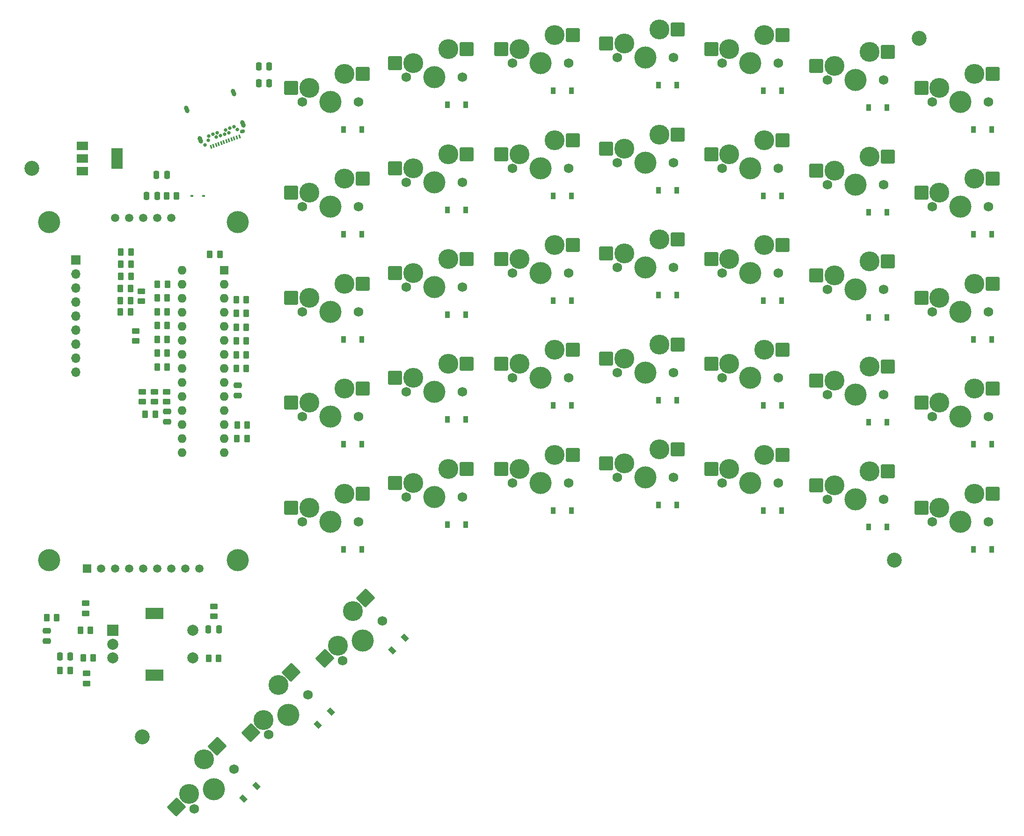
<source format=gbr>
%TF.GenerationSoftware,KiCad,Pcbnew,(6.0.7-1)-1*%
%TF.CreationDate,2022-10-21T15:59:20-04:00*%
%TF.ProjectId,Splitboard-B,53706c69-7462-46f6-9172-642d422e6b69,rev?*%
%TF.SameCoordinates,Original*%
%TF.FileFunction,Soldermask,Bot*%
%TF.FilePolarity,Negative*%
%FSLAX46Y46*%
G04 Gerber Fmt 4.6, Leading zero omitted, Abs format (unit mm)*
G04 Created by KiCad (PCBNEW (6.0.7-1)-1) date 2022-10-21 15:59:20*
%MOMM*%
%LPD*%
G01*
G04 APERTURE LIST*
G04 Aperture macros list*
%AMRoundRect*
0 Rectangle with rounded corners*
0 $1 Rounding radius*
0 $2 $3 $4 $5 $6 $7 $8 $9 X,Y pos of 4 corners*
0 Add a 4 corners polygon primitive as box body*
4,1,4,$2,$3,$4,$5,$6,$7,$8,$9,$2,$3,0*
0 Add four circle primitives for the rounded corners*
1,1,$1+$1,$2,$3*
1,1,$1+$1,$4,$5*
1,1,$1+$1,$6,$7*
1,1,$1+$1,$8,$9*
0 Add four rect primitives between the rounded corners*
20,1,$1+$1,$2,$3,$4,$5,0*
20,1,$1+$1,$4,$5,$6,$7,0*
20,1,$1+$1,$6,$7,$8,$9,0*
20,1,$1+$1,$8,$9,$2,$3,0*%
%AMHorizOval*
0 Thick line with rounded ends*
0 $1 width*
0 $2 $3 position (X,Y) of the first rounded end (center of the circle)*
0 $4 $5 position (X,Y) of the second rounded end (center of the circle)*
0 Add line between two ends*
20,1,$1,$2,$3,$4,$5,0*
0 Add two circle primitives to create the rounded ends*
1,1,$1,$2,$3*
1,1,$1,$4,$5*%
%AMRotRect*
0 Rectangle, with rotation*
0 The origin of the aperture is its center*
0 $1 length*
0 $2 width*
0 $3 Rotation angle, in degrees counterclockwise*
0 Add horizontal line*
21,1,$1,$2,0,0,$3*%
G04 Aperture macros list end*
%ADD10C,2.700000*%
%ADD11RoundRect,0.250000X-1.025000X-1.000000X1.025000X-1.000000X1.025000X1.000000X-1.025000X1.000000X0*%
%ADD12C,1.750000*%
%ADD13C,4.000000*%
%ADD14C,3.600000*%
%ADD15R,1.500000X1.500000*%
%ADD16C,1.500000*%
%ADD17RoundRect,0.250000X-0.017678X-1.431891X1.431891X0.017678X0.017678X1.431891X-1.431891X-0.017678X0*%
%ADD18R,2.000000X2.000000*%
%ADD19C,2.000000*%
%ADD20R,3.200000X2.000000*%
%ADD21RoundRect,0.250000X0.262500X0.450000X-0.262500X0.450000X-0.262500X-0.450000X0.262500X-0.450000X0*%
%ADD22RoundRect,0.250000X-0.450000X0.262500X-0.450000X-0.262500X0.450000X-0.262500X0.450000X0.262500X0*%
%ADD23RoundRect,0.250000X0.250000X0.475000X-0.250000X0.475000X-0.250000X-0.475000X0.250000X-0.475000X0*%
%ADD24RoundRect,0.250000X-0.262500X-0.450000X0.262500X-0.450000X0.262500X0.450000X-0.262500X0.450000X0*%
%ADD25RoundRect,0.250000X0.450000X-0.262500X0.450000X0.262500X-0.450000X0.262500X-0.450000X-0.262500X0*%
%ADD26R,0.900000X1.200000*%
%ADD27RoundRect,0.250000X-0.250000X-0.475000X0.250000X-0.475000X0.250000X0.475000X-0.250000X0.475000X0*%
%ADD28RoundRect,0.250000X-0.475000X0.250000X-0.475000X-0.250000X0.475000X-0.250000X0.475000X0.250000X0*%
%ADD29RotRect,0.900000X1.200000X225.000000*%
%ADD30R,0.600000X0.450000*%
%ADD31R,1.700000X1.700000*%
%ADD32O,1.700000X1.700000*%
%ADD33R,2.000000X1.500000*%
%ADD34R,2.000000X3.800000*%
%ADD35R,1.600000X1.600000*%
%ADD36O,1.600000X1.600000*%
%ADD37C,0.650000*%
%ADD38HorizOval,0.650000X0.140954X0.051303X-0.140954X-0.051303X0*%
%ADD39RotRect,0.300000X0.700000X20.000000*%
%ADD40HorizOval,0.800000X-0.102606X0.281908X0.102606X-0.281908X0*%
G04 APERTURE END LIST*
D10*
%TO.C,H2*%
X211500000Y-33500000D03*
%TD*%
D11*
%TO.C,K28*%
X224842000Y-96920000D03*
D12*
X224080000Y-102000000D03*
X213920000Y-102000000D03*
D13*
X219000000Y-102000000D03*
D11*
X211915000Y-99460000D03*
D14*
X215190000Y-99460000D03*
X221540000Y-96920000D03*
%TD*%
D12*
%TO.C,K11*%
X156920000Y-56000000D03*
D11*
X154915000Y-53460000D03*
D12*
X167080000Y-56000000D03*
D13*
X162000000Y-56000000D03*
D11*
X167842000Y-50920000D03*
D14*
X158190000Y-53460000D03*
X164540000Y-50920000D03*
%TD*%
D13*
%TO.C,U1*%
X54110000Y-128000000D03*
X54110000Y-66800000D03*
X88210000Y-66800000D03*
X88210000Y-128000000D03*
D15*
X61000000Y-129500000D03*
D16*
X63540000Y-129500000D03*
X66080000Y-129500000D03*
X68620000Y-129500000D03*
X71160000Y-129500000D03*
X73700000Y-129500000D03*
X76240000Y-129500000D03*
X78780000Y-129500000D03*
X81320000Y-129500000D03*
X66080000Y-65980000D03*
X68620000Y-65980000D03*
X71160000Y-65980000D03*
X73700000Y-65980000D03*
X76240000Y-65980000D03*
%TD*%
D13*
%TO.C,K33*%
X181000000Y-114000000D03*
D11*
X173915000Y-111460000D03*
X186842000Y-108920000D03*
D12*
X175920000Y-114000000D03*
X186080000Y-114000000D03*
D14*
X177190000Y-111460000D03*
X183540000Y-108920000D03*
%TD*%
D11*
%TO.C,K20*%
X192915000Y-76460000D03*
X205842000Y-73920000D03*
D13*
X200000000Y-79000000D03*
D12*
X194920000Y-79000000D03*
X205080000Y-79000000D03*
D14*
X196190000Y-76460000D03*
X202540000Y-73920000D03*
%TD*%
D11*
%TO.C,K13*%
X205842000Y-54920000D03*
D12*
X194920000Y-60000000D03*
D11*
X192915000Y-57460000D03*
D13*
X200000000Y-60000000D03*
D12*
X205080000Y-60000000D03*
D14*
X196190000Y-57460000D03*
X202540000Y-54920000D03*
%TD*%
D12*
%TO.C,K7*%
X213920000Y-45000000D03*
X224080000Y-45000000D03*
D13*
X219000000Y-45000000D03*
D11*
X211915000Y-42460000D03*
X224842000Y-39920000D03*
D14*
X215190000Y-42460000D03*
X221540000Y-39920000D03*
%TD*%
D13*
%TO.C,K17*%
X143000000Y-76000000D03*
D12*
X148080000Y-76000000D03*
X137920000Y-76000000D03*
D11*
X135915000Y-73460000D03*
X148842000Y-70920000D03*
D14*
X139190000Y-73460000D03*
X145540000Y-70920000D03*
%TD*%
D12*
%TO.C,K16*%
X118730000Y-78540000D03*
D13*
X123810000Y-78540000D03*
D11*
X129652000Y-73460000D03*
D12*
X128890000Y-78540000D03*
D11*
X116725000Y-76000000D03*
D14*
X120000000Y-76000000D03*
X126350000Y-73460000D03*
%TD*%
D13*
%TO.C,K37*%
X97395265Y-156000000D03*
D12*
X93803163Y-159592102D03*
D17*
X97934080Y-148276980D03*
X90589362Y-159213800D03*
D12*
X100987367Y-152407898D03*
D14*
X92905137Y-156898026D03*
X95599214Y-150611846D03*
%TD*%
D11*
%TO.C,K2*%
X116725000Y-38000000D03*
X129652000Y-35460000D03*
D13*
X123810000Y-40540000D03*
D12*
X128890000Y-40540000D03*
X118730000Y-40540000D03*
D14*
X120000000Y-38000000D03*
X126350000Y-35460000D03*
%TD*%
D12*
%TO.C,K38*%
X107238192Y-146157073D03*
D13*
X110830294Y-142564971D03*
D17*
X111369109Y-134841951D03*
X104024391Y-145778771D03*
D12*
X114422396Y-138972869D03*
D14*
X106340166Y-143462997D03*
X109034243Y-137176817D03*
%TD*%
D12*
%TO.C,K5*%
X186080000Y-38000000D03*
D13*
X181000000Y-38000000D03*
D12*
X175920000Y-38000000D03*
D11*
X173915000Y-35460000D03*
X186842000Y-32920000D03*
D14*
X177190000Y-35460000D03*
X183540000Y-32920000D03*
%TD*%
D11*
%TO.C,K9*%
X116725000Y-57000000D03*
D13*
X123810000Y-59540000D03*
D11*
X129652000Y-54460000D03*
D12*
X128890000Y-59540000D03*
X118730000Y-59540000D03*
D14*
X120000000Y-57000000D03*
X126350000Y-54460000D03*
%TD*%
D11*
%TO.C,K32*%
X154915000Y-110460000D03*
D12*
X167080000Y-113000000D03*
X156920000Y-113000000D03*
D11*
X167842000Y-107920000D03*
D13*
X162000000Y-113000000D03*
D14*
X158190000Y-110460000D03*
X164540000Y-107920000D03*
%TD*%
D11*
%TO.C,K1*%
X97915000Y-42460000D03*
X110842000Y-39920000D03*
D12*
X110080000Y-45000000D03*
D13*
X105000000Y-45000000D03*
D12*
X99920000Y-45000000D03*
D14*
X101190000Y-42460000D03*
X107540000Y-39920000D03*
%TD*%
D11*
%TO.C,K26*%
X173915000Y-92460000D03*
D12*
X186080000Y-95000000D03*
D13*
X181000000Y-95000000D03*
D11*
X186842000Y-89920000D03*
D12*
X175920000Y-95000000D03*
D14*
X177190000Y-92460000D03*
X183540000Y-89920000D03*
%TD*%
D18*
%TO.C,SW1*%
X65650000Y-140700000D03*
D19*
X65650000Y-145700000D03*
X65650000Y-143200000D03*
D20*
X73150000Y-148800000D03*
X73150000Y-137600000D03*
D19*
X80150000Y-145700000D03*
X80150000Y-140700000D03*
%TD*%
D11*
%TO.C,K4*%
X167842000Y-31920000D03*
X154915000Y-34460000D03*
D12*
X167080000Y-37000000D03*
X156920000Y-37000000D03*
D13*
X162000000Y-37000000D03*
D14*
X158190000Y-34460000D03*
X164540000Y-31920000D03*
%TD*%
D12*
%TO.C,K34*%
X194920000Y-117000000D03*
D11*
X192915000Y-114460000D03*
X205842000Y-111920000D03*
D12*
X205080000Y-117000000D03*
D13*
X200000000Y-117000000D03*
D14*
X196190000Y-114460000D03*
X202540000Y-111920000D03*
%TD*%
D11*
%TO.C,K30*%
X129652000Y-111460000D03*
X116725000Y-114000000D03*
D12*
X128890000Y-116540000D03*
X118730000Y-116540000D03*
D13*
X123810000Y-116540000D03*
D14*
X120000000Y-114000000D03*
X126350000Y-111460000D03*
%TD*%
D12*
%TO.C,K14*%
X213920000Y-64000000D03*
X224080000Y-64000000D03*
D11*
X211915000Y-61460000D03*
D13*
X219000000Y-64000000D03*
D11*
X224842000Y-58920000D03*
D14*
X215190000Y-61460000D03*
X221540000Y-58920000D03*
%TD*%
D12*
%TO.C,K12*%
X186080000Y-57000000D03*
D13*
X181000000Y-57000000D03*
D11*
X173915000Y-54460000D03*
D12*
X175920000Y-57000000D03*
D11*
X186842000Y-51920000D03*
D14*
X177190000Y-54460000D03*
X183540000Y-51920000D03*
%TD*%
D12*
%TO.C,K22*%
X110080000Y-102000000D03*
D13*
X105000000Y-102000000D03*
D12*
X99920000Y-102000000D03*
D11*
X97915000Y-99460000D03*
X110842000Y-96920000D03*
D14*
X101190000Y-99460000D03*
X107540000Y-96920000D03*
%TD*%
D11*
%TO.C,K6*%
X205842000Y-35920000D03*
D13*
X200000000Y-41000000D03*
D11*
X192915000Y-38460000D03*
D12*
X194920000Y-41000000D03*
X205080000Y-41000000D03*
D14*
X196190000Y-38460000D03*
X202540000Y-35920000D03*
%TD*%
D12*
%TO.C,K8*%
X99920000Y-64000000D03*
X110080000Y-64000000D03*
D11*
X110842000Y-58920000D03*
X97915000Y-61460000D03*
D13*
X105000000Y-64000000D03*
D14*
X101190000Y-61460000D03*
X107540000Y-58920000D03*
%TD*%
D12*
%TO.C,K18*%
X156920000Y-75000000D03*
D13*
X162000000Y-75000000D03*
D11*
X167842000Y-69920000D03*
X154915000Y-72460000D03*
D12*
X167080000Y-75000000D03*
D14*
X158190000Y-72460000D03*
X164540000Y-69920000D03*
%TD*%
D12*
%TO.C,K15*%
X99920000Y-83000000D03*
D11*
X110842000Y-77920000D03*
D13*
X105000000Y-83000000D03*
D12*
X110080000Y-83000000D03*
D11*
X97915000Y-80460000D03*
D14*
X101190000Y-80460000D03*
X107540000Y-77920000D03*
%TD*%
D13*
%TO.C,K21*%
X219000000Y-83000000D03*
D11*
X224842000Y-77920000D03*
D12*
X224080000Y-83000000D03*
X213920000Y-83000000D03*
D11*
X211915000Y-80460000D03*
D14*
X215190000Y-80460000D03*
X221540000Y-77920000D03*
%TD*%
D11*
%TO.C,K19*%
X173915000Y-73460000D03*
D12*
X175920000Y-76000000D03*
D13*
X181000000Y-76000000D03*
D11*
X186842000Y-70920000D03*
D12*
X186080000Y-76000000D03*
D14*
X177190000Y-73460000D03*
X183540000Y-70920000D03*
%TD*%
D10*
%TO.C,H1*%
X51000000Y-57000000D03*
%TD*%
%TO.C,H3*%
X71000000Y-160000000D03*
%TD*%
%TO.C,H4*%
X207000000Y-128000000D03*
%TD*%
D12*
%TO.C,K25*%
X167080000Y-94000000D03*
D11*
X167842000Y-88920000D03*
D13*
X162000000Y-94000000D03*
D12*
X156920000Y-94000000D03*
D11*
X154915000Y-91460000D03*
D14*
X158190000Y-91460000D03*
X164540000Y-88920000D03*
%TD*%
D11*
%TO.C,K10*%
X135915000Y-54460000D03*
D12*
X148080000Y-57000000D03*
D13*
X143000000Y-57000000D03*
D11*
X148842000Y-51920000D03*
D12*
X137920000Y-57000000D03*
D14*
X139190000Y-54460000D03*
X145540000Y-51920000D03*
%TD*%
D11*
%TO.C,K31*%
X148842000Y-108920000D03*
D13*
X143000000Y-114000000D03*
D12*
X148080000Y-114000000D03*
D11*
X135915000Y-111460000D03*
D12*
X137920000Y-114000000D03*
D14*
X139190000Y-111460000D03*
X145540000Y-108920000D03*
%TD*%
D12*
%TO.C,K23*%
X118730000Y-97540000D03*
D13*
X123810000Y-97540000D03*
D11*
X116725000Y-95000000D03*
D12*
X128890000Y-97540000D03*
D11*
X129652000Y-92460000D03*
D14*
X120000000Y-95000000D03*
X126350000Y-92460000D03*
%TD*%
D11*
%TO.C,K29*%
X110842000Y-115920000D03*
D13*
X105000000Y-121000000D03*
D12*
X110080000Y-121000000D03*
X99920000Y-121000000D03*
D11*
X97915000Y-118460000D03*
D14*
X101190000Y-118460000D03*
X107540000Y-115920000D03*
%TD*%
D11*
%TO.C,K24*%
X148842000Y-89920000D03*
D13*
X143000000Y-95000000D03*
D11*
X135915000Y-92460000D03*
D12*
X148080000Y-95000000D03*
X137920000Y-95000000D03*
D14*
X139190000Y-92460000D03*
X145540000Y-89920000D03*
%TD*%
D17*
%TO.C,K36*%
X77154333Y-172648828D03*
D12*
X87552338Y-165842926D03*
X80368134Y-173027130D03*
D13*
X83960236Y-169435028D03*
D17*
X84499051Y-161712008D03*
D14*
X79470108Y-170333054D03*
X82164185Y-164046874D03*
%TD*%
D13*
%TO.C,K35*%
X219000000Y-121000000D03*
D12*
X224080000Y-121000000D03*
X213920000Y-121000000D03*
D11*
X224842000Y-115920000D03*
X211915000Y-118460000D03*
D14*
X215190000Y-118460000D03*
X221540000Y-115920000D03*
%TD*%
D13*
%TO.C,K27*%
X200000000Y-98000000D03*
D12*
X194920000Y-98000000D03*
X205080000Y-98000000D03*
D11*
X205842000Y-92920000D03*
X192915000Y-95460000D03*
D14*
X196190000Y-95460000D03*
X202540000Y-92920000D03*
%TD*%
D12*
%TO.C,K3*%
X148080000Y-38000000D03*
D13*
X143000000Y-38000000D03*
D12*
X137920000Y-38000000D03*
D11*
X148842000Y-32920000D03*
X135915000Y-35460000D03*
D14*
X139190000Y-35460000D03*
X145540000Y-32920000D03*
%TD*%
D21*
%TO.C,R12*%
X89800000Y-83311111D03*
X87975000Y-83311111D03*
%TD*%
D22*
%TO.C,R22*%
X73200000Y-97487500D03*
X73200000Y-99312500D03*
%TD*%
D23*
%TO.C,C8*%
X93950000Y-38590000D03*
X92050000Y-38590000D03*
%TD*%
D24*
%TO.C,R36*%
X67087500Y-72200000D03*
X68912500Y-72200000D03*
%TD*%
D23*
%TO.C,C6*%
X75450000Y-58250000D03*
X73550000Y-58250000D03*
%TD*%
D25*
%TO.C,R6*%
X60900000Y-150312500D03*
X60900000Y-148487500D03*
%TD*%
D26*
%TO.C,D22*%
X110650000Y-107000000D03*
X107350000Y-107000000D03*
%TD*%
%TO.C,D19*%
X186650000Y-81000000D03*
X183350000Y-81000000D03*
%TD*%
D22*
%TO.C,R19*%
X69800000Y-86487500D03*
X69800000Y-88312500D03*
%TD*%
D26*
%TO.C,D9*%
X129460000Y-64540000D03*
X126160000Y-64540000D03*
%TD*%
D21*
%TO.C,R18*%
X75512500Y-78000000D03*
X73687500Y-78000000D03*
%TD*%
D26*
%TO.C,D13*%
X205650000Y-65000000D03*
X202350000Y-65000000D03*
%TD*%
%TO.C,D10*%
X148650000Y-62000000D03*
X145350000Y-62000000D03*
%TD*%
%TO.C,D12*%
X186650000Y-62000000D03*
X183350000Y-62000000D03*
%TD*%
D21*
%TO.C,R7*%
X62112500Y-145700000D03*
X60287500Y-145700000D03*
%TD*%
D26*
%TO.C,D16*%
X129460000Y-83540000D03*
X126160000Y-83540000D03*
%TD*%
D21*
%TO.C,R17*%
X85000000Y-72600000D03*
X83175000Y-72600000D03*
%TD*%
%TO.C,R13*%
X89800000Y-85800000D03*
X87975000Y-85800000D03*
%TD*%
D24*
%TO.C,R32*%
X67000000Y-83000000D03*
X68825000Y-83000000D03*
%TD*%
%TO.C,R26*%
X73675000Y-85500000D03*
X75500000Y-85500000D03*
%TD*%
D26*
%TO.C,D11*%
X167650000Y-61000000D03*
X164350000Y-61000000D03*
%TD*%
D22*
%TO.C,R23*%
X71000000Y-97487500D03*
X71000000Y-99312500D03*
%TD*%
D24*
%TO.C,R30*%
X67087500Y-74400000D03*
X68912500Y-74400000D03*
%TD*%
D27*
%TO.C,C3*%
X56050000Y-145450000D03*
X57950000Y-145450000D03*
%TD*%
D26*
%TO.C,D2*%
X129460000Y-45540000D03*
X126160000Y-45540000D03*
%TD*%
%TO.C,D14*%
X224650000Y-69000000D03*
X221350000Y-69000000D03*
%TD*%
D21*
%TO.C,R15*%
X89800000Y-90777778D03*
X87975000Y-90777778D03*
%TD*%
D26*
%TO.C,D17*%
X148650000Y-81000000D03*
X145350000Y-81000000D03*
%TD*%
%TO.C,D23*%
X129460000Y-102540000D03*
X126160000Y-102540000D03*
%TD*%
D23*
%TO.C,C9*%
X93950000Y-41600000D03*
X92050000Y-41600000D03*
%TD*%
D28*
%TO.C,C2*%
X53700000Y-140750000D03*
X53700000Y-142650000D03*
%TD*%
D26*
%TO.C,D3*%
X148650000Y-43000000D03*
X145350000Y-43000000D03*
%TD*%
%TO.C,D34*%
X205650000Y-122000000D03*
X202350000Y-122000000D03*
%TD*%
D21*
%TO.C,R10*%
X57912500Y-148000000D03*
X56087500Y-148000000D03*
%TD*%
D24*
%TO.C,R33*%
X67000000Y-81000000D03*
X68825000Y-81000000D03*
%TD*%
D28*
%TO.C,C5*%
X88250000Y-96300000D03*
X88250000Y-98200000D03*
%TD*%
D26*
%TO.C,D30*%
X129460000Y-121540000D03*
X126160000Y-121540000D03*
%TD*%
%TO.C,D25*%
X167650000Y-99000000D03*
X164350000Y-99000000D03*
%TD*%
D29*
%TO.C,D36*%
X91629942Y-168870057D03*
X89296490Y-171203509D03*
%TD*%
D26*
%TO.C,D35*%
X224650000Y-126000000D03*
X221350000Y-126000000D03*
%TD*%
D30*
%TO.C,D39*%
X79950000Y-62000000D03*
X82050000Y-62000000D03*
%TD*%
D24*
%TO.C,R5*%
X59787500Y-140700000D03*
X61612500Y-140700000D03*
%TD*%
D21*
%TO.C,R11*%
X89800000Y-80822222D03*
X87975000Y-80822222D03*
%TD*%
D26*
%TO.C,D31*%
X148650000Y-119000000D03*
X145350000Y-119000000D03*
%TD*%
D24*
%TO.C,R34*%
X67000000Y-78800000D03*
X68825000Y-78800000D03*
%TD*%
D21*
%TO.C,R16*%
X89800000Y-93266667D03*
X87975000Y-93266667D03*
%TD*%
D24*
%TO.C,R28*%
X73675000Y-80500000D03*
X75500000Y-80500000D03*
%TD*%
D26*
%TO.C,D21*%
X224650000Y-88000000D03*
X221350000Y-88000000D03*
%TD*%
D31*
%TO.C,J2*%
X58975000Y-73650000D03*
D32*
X58975000Y-76190000D03*
X58975000Y-78730000D03*
X58975000Y-81270000D03*
X58975000Y-83810000D03*
X58975000Y-86350000D03*
X58975000Y-88890000D03*
X58975000Y-91430000D03*
X58975000Y-93970000D03*
%TD*%
D33*
%TO.C,U3*%
X60100000Y-57550000D03*
D34*
X66400000Y-55250000D03*
D33*
X60100000Y-55250000D03*
X60100000Y-52950000D03*
%TD*%
D24*
%TO.C,R21*%
X71487500Y-101600000D03*
X73312500Y-101600000D03*
%TD*%
D26*
%TO.C,D5*%
X186650000Y-43000000D03*
X183350000Y-43000000D03*
%TD*%
%TO.C,D18*%
X167650000Y-80000000D03*
X164350000Y-80000000D03*
%TD*%
%TO.C,D28*%
X224650000Y-107000000D03*
X221350000Y-107000000D03*
%TD*%
D25*
%TO.C,R31*%
X70800000Y-81112500D03*
X70800000Y-79287500D03*
%TD*%
D26*
%TO.C,D32*%
X167650000Y-118000000D03*
X164350000Y-118000000D03*
%TD*%
D28*
%TO.C,C4*%
X75500000Y-101050000D03*
X75500000Y-102950000D03*
%TD*%
D24*
%TO.C,R9*%
X53687500Y-138400000D03*
X55512500Y-138400000D03*
%TD*%
D25*
%TO.C,R8*%
X83950000Y-138162500D03*
X83950000Y-136337500D03*
%TD*%
D21*
%TO.C,R1*%
X89952500Y-103540000D03*
X88127500Y-103540000D03*
%TD*%
D22*
%TO.C,R4*%
X60700000Y-135787500D03*
X60700000Y-137612500D03*
%TD*%
D24*
%TO.C,R35*%
X67087500Y-76600000D03*
X68912500Y-76600000D03*
%TD*%
D26*
%TO.C,D27*%
X205650000Y-103000000D03*
X202350000Y-103000000D03*
%TD*%
D29*
%TO.C,D38*%
X118500000Y-142000000D03*
X116166548Y-144333452D03*
%TD*%
D27*
%TO.C,C7*%
X71750000Y-62000000D03*
X73650000Y-62000000D03*
%TD*%
D26*
%TO.C,D29*%
X110650000Y-126000000D03*
X107350000Y-126000000D03*
%TD*%
D27*
%TO.C,C1*%
X82950000Y-140550000D03*
X84850000Y-140550000D03*
%TD*%
D35*
%TO.C,U2*%
X85800000Y-75500000D03*
D36*
X85800000Y-78040000D03*
X85800000Y-80580000D03*
X85800000Y-83120000D03*
X85800000Y-85660000D03*
X85800000Y-88200000D03*
X85800000Y-90740000D03*
X85800000Y-93280000D03*
X85800000Y-95820000D03*
X85800000Y-98360000D03*
X85800000Y-100900000D03*
X85800000Y-103440000D03*
X85800000Y-105980000D03*
X85800000Y-108520000D03*
X78180000Y-108520000D03*
X78180000Y-105980000D03*
X78180000Y-103440000D03*
X78180000Y-100900000D03*
X78180000Y-98360000D03*
X78180000Y-95820000D03*
X78180000Y-93280000D03*
X78180000Y-90740000D03*
X78180000Y-88200000D03*
X78180000Y-85660000D03*
X78180000Y-83120000D03*
X78180000Y-80580000D03*
X78180000Y-78040000D03*
X78180000Y-75500000D03*
%TD*%
D26*
%TO.C,D7*%
X224650000Y-50000000D03*
X221350000Y-50000000D03*
%TD*%
%TO.C,D6*%
X205650000Y-46000000D03*
X202350000Y-46000000D03*
%TD*%
D21*
%TO.C,R2*%
X89912500Y-106000000D03*
X88087500Y-106000000D03*
%TD*%
D26*
%TO.C,D1*%
X110650000Y-50000000D03*
X107350000Y-50000000D03*
%TD*%
D24*
%TO.C,R27*%
X73675000Y-83000000D03*
X75500000Y-83000000D03*
%TD*%
D26*
%TO.C,D8*%
X110650000Y-69000000D03*
X107350000Y-69000000D03*
%TD*%
%TO.C,D20*%
X205650000Y-84000000D03*
X202350000Y-84000000D03*
%TD*%
D37*
%TO.C,J1*%
X82358314Y-52828332D03*
D38*
X89124101Y-50365787D03*
D39*
X83382786Y-53157812D03*
X83852633Y-52986802D03*
X84322479Y-52815792D03*
X84792325Y-52644782D03*
X85262172Y-52473772D03*
X85732018Y-52302762D03*
X86201864Y-52131752D03*
X86671711Y-51960742D03*
X87141557Y-51789732D03*
X87611403Y-51618722D03*
X88081250Y-51447712D03*
X88551096Y-51276702D03*
D37*
X88150034Y-50028603D03*
X87534743Y-49507626D03*
X86782989Y-49781243D03*
X86646526Y-50575835D03*
X86031235Y-50054859D03*
X85894772Y-50849452D03*
X85143018Y-51123068D03*
X84527727Y-50602091D03*
X84391264Y-51396684D03*
X83775972Y-50875707D03*
X83024218Y-51149323D03*
X82887755Y-51943916D03*
D40*
X87497883Y-43295603D03*
X79059443Y-46366943D03*
X89194613Y-49009901D03*
X81432752Y-51834987D03*
%TD*%
D26*
%TO.C,D26*%
X186650000Y-100000000D03*
X183350000Y-100000000D03*
%TD*%
D24*
%TO.C,R24*%
X73675000Y-93000000D03*
X75500000Y-93000000D03*
%TD*%
%TO.C,R25*%
X73675000Y-88000000D03*
X75500000Y-88000000D03*
%TD*%
D29*
%TO.C,D37*%
X105064971Y-155435029D03*
X102731519Y-157768481D03*
%TD*%
D22*
%TO.C,R20*%
X75400000Y-97487500D03*
X75400000Y-99312500D03*
%TD*%
D21*
%TO.C,FB1*%
X77162500Y-62000000D03*
X75337500Y-62000000D03*
%TD*%
D26*
%TO.C,D4*%
X167650000Y-42000000D03*
X164350000Y-42000000D03*
%TD*%
D24*
%TO.C,R3*%
X82987500Y-145800000D03*
X84812500Y-145800000D03*
%TD*%
D21*
%TO.C,R14*%
X89800000Y-88288889D03*
X87975000Y-88288889D03*
%TD*%
D24*
%TO.C,R29*%
X73675000Y-90500000D03*
X75500000Y-90500000D03*
%TD*%
D26*
%TO.C,D24*%
X148650000Y-100000000D03*
X145350000Y-100000000D03*
%TD*%
%TO.C,D15*%
X110650000Y-88000000D03*
X107350000Y-88000000D03*
%TD*%
%TO.C,D33*%
X186650000Y-119000000D03*
X183350000Y-119000000D03*
%TD*%
M02*

</source>
